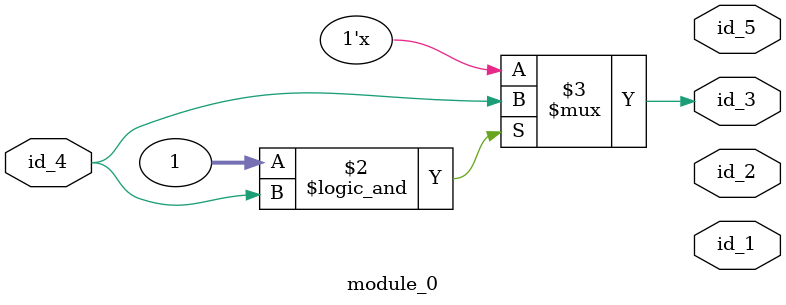
<source format=v>
module module_0 (
    id_1,
    id_2,
    id_3,
    id_4,
    id_5
);
  output id_5;
  input id_4;
  output id_3;
  output id_2;
  output id_1;
  always @(*) begin
    if (1 && id_4) id_3 <= id_4;
  end
endmodule

</source>
